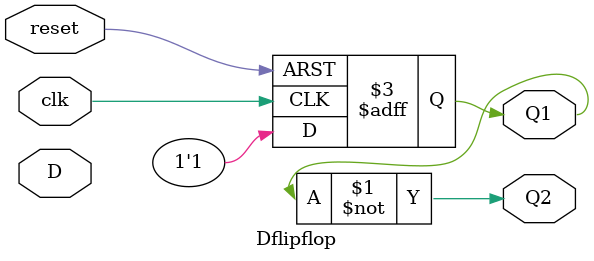
<source format=v>
module Dflipflop (clk, reset, D, Q1, Q2);
  input clk;
  input reset;  
  input D;
  output Q1;     
  output Q2;     

  reg Q1;        // Registrador Q1

  assign Q2 = ~Q1;  // Atribuição complementar de Q1 para Q2

  always @(posedge clk or posedge reset)
  begin
    case(reset)    // Caso o sinal de reset
      1'b0 : Q1 = 1;     // Reset ativo: Q1 é atribuído como 1
      1'b1 : Q1 = 0;     // Reset inativo: Q1 é atribuído como 0
      default : Q1 = 0;  // Valor padrão para outros casos
    endcase
  end
endmodule
</source>
